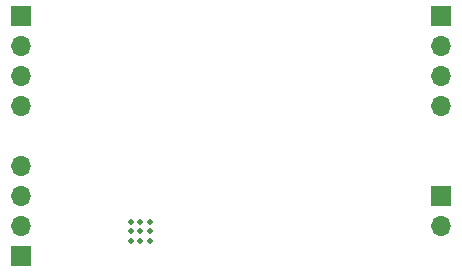
<source format=gbs>
G04 #@! TF.GenerationSoftware,KiCad,Pcbnew,(5.1.10)-1*
G04 #@! TF.CreationDate,2021-11-01T09:09:40+09:00*
G04 #@! TF.ProjectId,LiPoCharger_BQ24610_5S,4c69506f-4368-4617-9267-65725f425132,rev?*
G04 #@! TF.SameCoordinates,Original*
G04 #@! TF.FileFunction,Soldermask,Bot*
G04 #@! TF.FilePolarity,Negative*
%FSLAX46Y46*%
G04 Gerber Fmt 4.6, Leading zero omitted, Abs format (unit mm)*
G04 Created by KiCad (PCBNEW (5.1.10)-1) date 2021-11-01 09:09:40*
%MOMM*%
%LPD*%
G01*
G04 APERTURE LIST*
%ADD10R,1.700000X1.700000*%
%ADD11O,1.700000X1.700000*%
%ADD12C,0.508000*%
G04 APERTURE END LIST*
D10*
X174100000Y-100620000D03*
D11*
X174100000Y-98080000D03*
X174100000Y-95540000D03*
X174100000Y-93000000D03*
D10*
X209660000Y-95540000D03*
D11*
X209660000Y-98080000D03*
D12*
X183412600Y-99287400D03*
X183412600Y-98500000D03*
X183412600Y-97712600D03*
X184200000Y-99287400D03*
X184200000Y-98500000D03*
X184200000Y-97712600D03*
X184987400Y-99287400D03*
X184987400Y-98500000D03*
X184987400Y-97712600D03*
D11*
X174100000Y-87920000D03*
X174100000Y-85380000D03*
X174100000Y-82840000D03*
D10*
X174100000Y-80300000D03*
D11*
X209660000Y-87920000D03*
X209660000Y-85380000D03*
X209660000Y-82840000D03*
D10*
X209660000Y-80300000D03*
M02*

</source>
